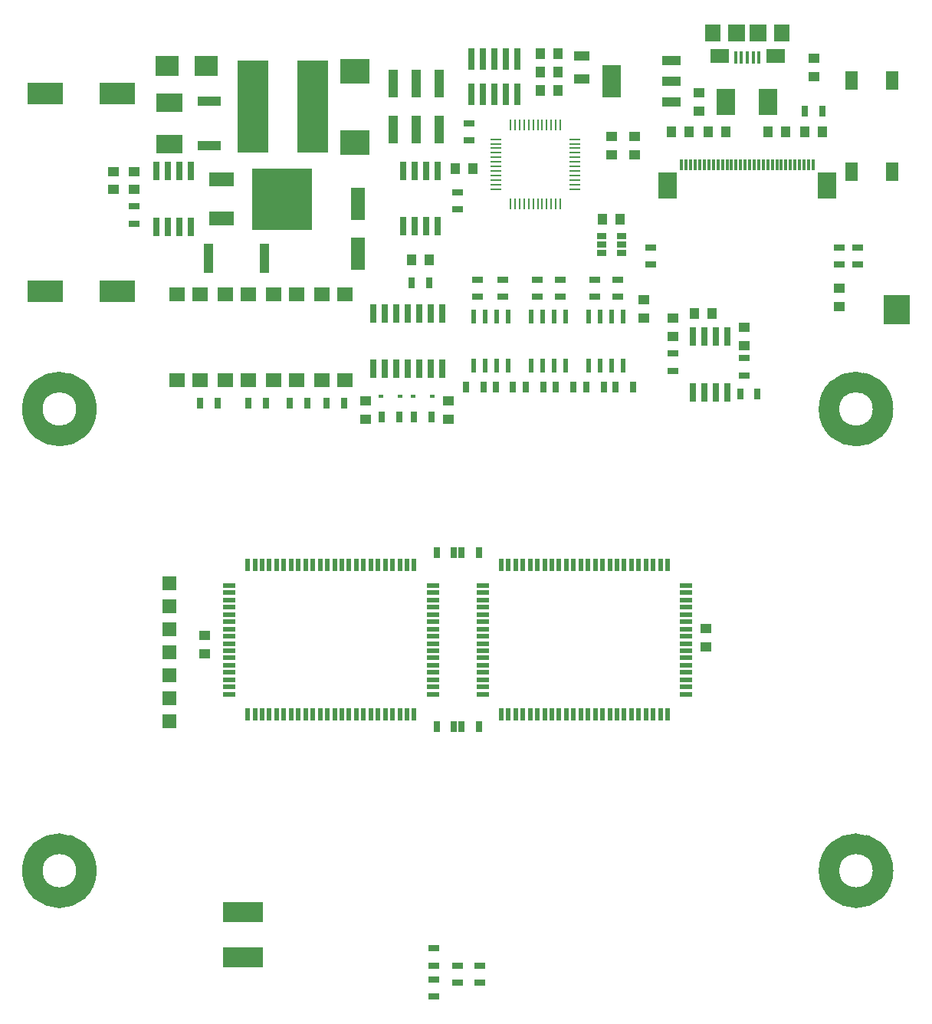
<source format=gbr>
%TF.GenerationSoftware,KiCad,Pcbnew,no-vcs-found-9b4eddb~60~ubuntu16.04.1*%
%TF.CreationDate,2017-11-10T14:06:11+01:00*%
%TF.ProjectId,OpenDropV3,4F70656E44726F7056332E6B69636164,rev?*%
%TF.SameCoordinates,Original*%
%TF.FileFunction,Paste,Bot*%
%TF.FilePolarity,Positive*%
%FSLAX46Y46*%
G04 Gerber Fmt 4.6, Leading zero omitted, Abs format (unit mm)*
G04 Created by KiCad (PCBNEW no-vcs-found-9b4eddb~60~ubuntu16.04.1) date Fri Nov 10 14:06:11 2017*
%MOMM*%
%LPD*%
G01*
G04 APERTURE LIST*
%ADD10C,2.250000*%
%ADD11R,3.000000X3.200000*%
%ADD12R,4.500000X2.200000*%
%ADD13R,0.740000X2.400000*%
%ADD14R,1.300000X0.250000*%
%ADD15R,0.250000X1.300000*%
%ADD16R,0.300000X1.250000*%
%ADD17R,2.000000X3.000000*%
%ADD18R,1.000000X1.250000*%
%ADD19R,1.700000X1.600000*%
%ADD20R,4.000500X2.400300*%
%ADD21R,1.300000X0.700000*%
%ADD22R,0.610000X1.520000*%
%ADD23R,0.700000X1.300000*%
%ADD24R,0.500000X1.480000*%
%ADD25R,1.480000X0.500000*%
%ADD26R,2.780000X1.550000*%
%ADD27R,6.730000X6.740000*%
%ADD28R,1.250000X1.000000*%
%ADD29R,0.660400X2.032000*%
%ADD30R,1.000000X3.200000*%
%ADD31R,2.500000X1.000000*%
%ADD32R,3.200000X2.700000*%
%ADD33R,2.500000X2.300000*%
%ADD34R,1.501140X1.501140*%
%ADD35R,1.400000X2.100000*%
%ADD36R,1.600200X3.599180*%
%ADD37R,3.500000X10.200000*%
%ADD38R,3.000000X2.000000*%
%ADD39R,2.032000X3.657600*%
%ADD40R,2.032000X1.016000*%
%ADD41R,1.060000X0.650000*%
%ADD42R,0.600000X0.450000*%
%ADD43R,1.000000X3.150000*%
%ADD44R,1.800000X1.000000*%
%ADD45R,1.800000X1.900000*%
%ADD46R,1.900000X1.900000*%
%ADD47R,2.100000X1.600000*%
%ADD48R,0.400000X1.350000*%
G04 APERTURE END LIST*
D10*
%TO.C,P14*%
X146982767Y-74000000D02*
G75*
G03X146982767Y-74000000I-2982767J0D01*
G01*
%TO.C,P13*%
X58982767Y-74000000D02*
G75*
G03X58982767Y-74000000I-2982767J0D01*
G01*
%TO.C,P15*%
X58982767Y-125000000D02*
G75*
G03X58982767Y-125000000I-2982767J0D01*
G01*
%TO.C,P16*%
X146982767Y-125000000D02*
G75*
G03X146982767Y-125000000I-2982767J0D01*
G01*
%TD*%
D11*
%TO.C,P2*%
X148463000Y-63000000D03*
%TD*%
D12*
%TO.C,SP1*%
X76265000Y-129539000D03*
X76265000Y-134539000D03*
%TD*%
D13*
%TO.C,J2*%
X106553000Y-39247000D03*
X106553000Y-35347000D03*
X105283000Y-39247000D03*
X105283000Y-35347000D03*
X104013000Y-39247000D03*
X104013000Y-35347000D03*
X102743000Y-39247000D03*
X102743000Y-35347000D03*
X101473000Y-39247000D03*
X101473000Y-35347000D03*
%TD*%
D14*
%TO.C,U5*%
X112935000Y-44199000D03*
X112935000Y-44699000D03*
X112935000Y-45199000D03*
X112935000Y-45699000D03*
X112935000Y-46199000D03*
X112935000Y-46699000D03*
X112935000Y-47199000D03*
X112935000Y-47699000D03*
X112935000Y-48199000D03*
X112935000Y-48699000D03*
X112935000Y-49199000D03*
X112935000Y-49699000D03*
D15*
X111335000Y-51299000D03*
X110835000Y-51299000D03*
X110335000Y-51299000D03*
X109835000Y-51299000D03*
X109335000Y-51299000D03*
X108835000Y-51299000D03*
X108335000Y-51299000D03*
X107835000Y-51299000D03*
X107335000Y-51299000D03*
X106835000Y-51299000D03*
X106335000Y-51299000D03*
X105835000Y-51299000D03*
D14*
X104235000Y-49699000D03*
X104235000Y-49199000D03*
X104235000Y-48699000D03*
X104235000Y-48199000D03*
X104235000Y-47699000D03*
X104235000Y-47199000D03*
X104235000Y-46699000D03*
X104235000Y-46199000D03*
X104235000Y-45699000D03*
X104235000Y-45199000D03*
X104235000Y-44699000D03*
X104235000Y-44199000D03*
D15*
X105835000Y-42599000D03*
X106335000Y-42599000D03*
X106835000Y-42599000D03*
X107335000Y-42599000D03*
X107835000Y-42599000D03*
X108335000Y-42599000D03*
X108835000Y-42599000D03*
X109335000Y-42599000D03*
X109835000Y-42599000D03*
X110335000Y-42599000D03*
X110835000Y-42599000D03*
X111335000Y-42599000D03*
%TD*%
D16*
%TO.C,S1*%
X139250000Y-47025000D03*
X137250000Y-47025000D03*
X137750000Y-47025000D03*
X138750000Y-47025000D03*
X138250000Y-47025000D03*
X136250000Y-47025000D03*
X136750000Y-47025000D03*
X135750000Y-47025000D03*
X135250000Y-47025000D03*
X132250000Y-47025000D03*
X132750000Y-47025000D03*
X133750000Y-47025000D03*
X133250000Y-47025000D03*
X134750000Y-47025000D03*
X134250000Y-47025000D03*
X126750000Y-47025000D03*
X127250000Y-47025000D03*
X125750000Y-47025000D03*
X126250000Y-47025000D03*
X125250000Y-47025000D03*
X124750000Y-47025000D03*
X127750000Y-47025000D03*
X128250000Y-47025000D03*
X129250000Y-47025000D03*
X128750000Y-47025000D03*
X130750000Y-47025000D03*
X131250000Y-47025000D03*
X130250000Y-47025000D03*
X129750000Y-47025000D03*
D17*
X123210000Y-49350000D03*
X140790000Y-49350000D03*
D16*
X131750000Y-47025000D03*
%TD*%
D18*
%TO.C,C14*%
X99711000Y-47457000D03*
X101711000Y-47457000D03*
%TD*%
D19*
%TO.C,U12*%
X79677000Y-70817000D03*
X82217000Y-70817000D03*
X82217000Y-61317000D03*
X79677000Y-61317000D03*
%TD*%
D20*
%TO.C,C18*%
X54419500Y-60960000D03*
X62420500Y-60960000D03*
%TD*%
D21*
%TO.C,R32*%
X102156000Y-61619500D03*
X102156000Y-59719500D03*
%TD*%
D22*
%TO.C,U9*%
X118285000Y-69244000D03*
X117015000Y-69244000D03*
X115745000Y-69244000D03*
X114475000Y-69244000D03*
X114475000Y-63779000D03*
X115745000Y-63779000D03*
X117015000Y-63779000D03*
X118285000Y-63779000D03*
%TD*%
%TO.C,U8*%
X111935000Y-63779000D03*
X110665000Y-63779000D03*
X109395000Y-63779000D03*
X108125000Y-63779000D03*
X108125000Y-69244000D03*
X109395000Y-69244000D03*
X110665000Y-69244000D03*
X111935000Y-69244000D03*
%TD*%
D23*
%TO.C,R33*%
X102852000Y-71591500D03*
X100952000Y-71591500D03*
%TD*%
D21*
%TO.C,R1*%
X64262000Y-53528000D03*
X64262000Y-51628000D03*
%TD*%
%TO.C,R5*%
X101219000Y-42443000D03*
X101219000Y-44343000D03*
%TD*%
%TO.C,R18*%
X102410000Y-137367000D03*
X102410000Y-135467000D03*
%TD*%
%TO.C,R19*%
X99997000Y-135467000D03*
X99997000Y-137367000D03*
%TD*%
%TO.C,R20*%
X97330000Y-136991000D03*
X97330000Y-138891000D03*
%TD*%
%TO.C,R21*%
X97330000Y-133562000D03*
X97330000Y-135462000D03*
%TD*%
D23*
%TO.C,R22*%
X133126000Y-72363040D03*
X131226000Y-72363040D03*
%TD*%
D21*
%TO.C,R30*%
X131668000Y-70265040D03*
X131668000Y-68365040D03*
%TD*%
%TO.C,R31*%
X123794000Y-69757040D03*
X123794000Y-67857040D03*
%TD*%
D23*
%TO.C,R35*%
X116139000Y-71587000D03*
X114239000Y-71587000D03*
%TD*%
%TO.C,R38*%
X109456000Y-71591500D03*
X107556000Y-71591500D03*
%TD*%
%TO.C,R39*%
X104206000Y-71587000D03*
X106106000Y-71587000D03*
%TD*%
%TO.C,R42*%
X110858000Y-71591500D03*
X112758000Y-71591500D03*
%TD*%
%TO.C,R44*%
X95189000Y-74889000D03*
X97089000Y-74889000D03*
%TD*%
%TO.C,R45*%
X87437000Y-73365000D03*
X85537000Y-73365000D03*
%TD*%
%TO.C,R48*%
X71567000Y-73365000D03*
X73467000Y-73365000D03*
%TD*%
%TO.C,R49*%
X81473000Y-73365000D03*
X83373000Y-73365000D03*
%TD*%
%TO.C,R51*%
X76901000Y-73365000D03*
X78801000Y-73365000D03*
%TD*%
D21*
%TO.C,R41*%
X117650000Y-61619500D03*
X117650000Y-59719500D03*
%TD*%
D23*
%TO.C,R43*%
X117462000Y-71591500D03*
X119362000Y-71591500D03*
%TD*%
%TO.C,R3*%
X138369000Y-41107000D03*
X140269000Y-41107000D03*
%TD*%
D21*
%TO.C,R4*%
X144145000Y-56159000D03*
X144145000Y-58059000D03*
%TD*%
%TO.C,R6*%
X121285000Y-56159000D03*
X121285000Y-58059000D03*
%TD*%
%TO.C,R8*%
X142113000Y-56159000D03*
X142113000Y-58059000D03*
%TD*%
%TO.C,R34*%
X115175000Y-61625000D03*
X115175000Y-59725000D03*
%TD*%
%TO.C,R36*%
X108760000Y-61619500D03*
X108760000Y-59719500D03*
%TD*%
%TO.C,R37*%
X104975000Y-61625000D03*
X104975000Y-59725000D03*
%TD*%
%TO.C,R40*%
X111300000Y-61619500D03*
X111300000Y-59719500D03*
%TD*%
%TO.C,R9*%
X99949000Y-51963000D03*
X99949000Y-50063000D03*
%TD*%
D23*
%TO.C,R10*%
X93533000Y-74889000D03*
X91633000Y-74889000D03*
%TD*%
%TO.C,R11*%
X94935000Y-60030000D03*
X96835000Y-60030000D03*
%TD*%
D24*
%TO.C,U2*%
X95200000Y-107740000D03*
X94400000Y-107740000D03*
X93600000Y-107740000D03*
X92800000Y-107740000D03*
X92000000Y-107740000D03*
X91200000Y-107740000D03*
X90400000Y-107740000D03*
X89600000Y-107740000D03*
X88800000Y-107740000D03*
X88000000Y-107740000D03*
X87200000Y-107740000D03*
X86400000Y-107740000D03*
X85600000Y-107740000D03*
X84800000Y-107740000D03*
X84000000Y-107740000D03*
X83200000Y-107740000D03*
X82400000Y-107740000D03*
X81600000Y-107740000D03*
X80800000Y-107740000D03*
X80000000Y-107740000D03*
X79200000Y-107740000D03*
X78400000Y-107740000D03*
X77600000Y-107740000D03*
X76800000Y-107740000D03*
D25*
X74760000Y-105500000D03*
X74760000Y-104700000D03*
X74760000Y-103900000D03*
X74760000Y-103100000D03*
X74760000Y-102300000D03*
X74760000Y-101500000D03*
X74760000Y-100700000D03*
X74760000Y-99900000D03*
X74760000Y-99100000D03*
X74760000Y-98300000D03*
X74760000Y-97500000D03*
X74760000Y-96700000D03*
X74760000Y-95900000D03*
X74760000Y-95100000D03*
X74760000Y-94300000D03*
X74760000Y-93500000D03*
D24*
X76800000Y-91260000D03*
X77600000Y-91260000D03*
X78400000Y-91260000D03*
X79200000Y-91260000D03*
X80000000Y-91260000D03*
X80800000Y-91260000D03*
X81600000Y-91260000D03*
X82400000Y-91260000D03*
X83200000Y-91260000D03*
X84000000Y-91260000D03*
X84800000Y-91260000D03*
X85600000Y-91260000D03*
X86400000Y-91260000D03*
X87200000Y-91260000D03*
X88000000Y-91260000D03*
X88800000Y-91260000D03*
X89600000Y-91260000D03*
X90400000Y-91260000D03*
X91200000Y-91260000D03*
X92000000Y-91260000D03*
X92800000Y-91260000D03*
X93600000Y-91260000D03*
X94400000Y-91260000D03*
X95200000Y-91260000D03*
D25*
X97240000Y-93500000D03*
X97240000Y-94300000D03*
X97240000Y-95100000D03*
X97240000Y-95900000D03*
X97240000Y-96700000D03*
X97240000Y-97500000D03*
X97240000Y-98300000D03*
X97240000Y-99100000D03*
X97240000Y-99900000D03*
X97240000Y-100700000D03*
X97240000Y-101500000D03*
X97240000Y-102300000D03*
X97240000Y-103100000D03*
X97240000Y-103900000D03*
X97240000Y-104700000D03*
X97240000Y-105500000D03*
%TD*%
D23*
%TO.C,R16*%
X97675000Y-89875000D03*
X99575000Y-89875000D03*
%TD*%
D24*
%TO.C,U4*%
X104800000Y-91260000D03*
X105600000Y-91260000D03*
X106400000Y-91260000D03*
X107200000Y-91260000D03*
X108000000Y-91260000D03*
X108800000Y-91260000D03*
X109600000Y-91260000D03*
X110400000Y-91260000D03*
X111200000Y-91260000D03*
X112000000Y-91260000D03*
X112800000Y-91260000D03*
X113600000Y-91260000D03*
X114400000Y-91260000D03*
X115200000Y-91260000D03*
X116000000Y-91260000D03*
X116800000Y-91260000D03*
X117600000Y-91260000D03*
X118400000Y-91260000D03*
X119200000Y-91260000D03*
X120000000Y-91260000D03*
X120800000Y-91260000D03*
X121600000Y-91260000D03*
X122400000Y-91260000D03*
X123200000Y-91260000D03*
D25*
X125240000Y-93500000D03*
X125240000Y-94300000D03*
X125240000Y-95100000D03*
X125240000Y-95900000D03*
X125240000Y-96700000D03*
X125240000Y-97500000D03*
X125240000Y-98300000D03*
X125240000Y-99100000D03*
X125240000Y-99900000D03*
X125240000Y-100700000D03*
X125240000Y-101500000D03*
X125240000Y-102300000D03*
X125240000Y-103100000D03*
X125240000Y-103900000D03*
X125240000Y-104700000D03*
X125240000Y-105500000D03*
D24*
X123200000Y-107740000D03*
X122400000Y-107740000D03*
X121600000Y-107740000D03*
X120800000Y-107740000D03*
X120000000Y-107740000D03*
X119200000Y-107740000D03*
X118400000Y-107740000D03*
X117600000Y-107740000D03*
X116800000Y-107740000D03*
X116000000Y-107740000D03*
X115200000Y-107740000D03*
X114400000Y-107740000D03*
X113600000Y-107740000D03*
X112800000Y-107740000D03*
X112000000Y-107740000D03*
X111200000Y-107740000D03*
X110400000Y-107740000D03*
X109600000Y-107740000D03*
X108800000Y-107740000D03*
X108000000Y-107740000D03*
X107200000Y-107740000D03*
X106400000Y-107740000D03*
X105600000Y-107740000D03*
X104800000Y-107740000D03*
D25*
X102760000Y-105500000D03*
X102760000Y-104700000D03*
X102760000Y-103900000D03*
X102760000Y-103100000D03*
X102760000Y-102300000D03*
X102760000Y-101500000D03*
X102760000Y-100700000D03*
X102760000Y-99900000D03*
X102760000Y-99100000D03*
X102760000Y-98300000D03*
X102760000Y-97500000D03*
X102760000Y-96700000D03*
X102760000Y-95900000D03*
X102760000Y-95100000D03*
X102760000Y-94300000D03*
X102760000Y-93500000D03*
%TD*%
D26*
%TO.C,T1*%
X73932000Y-48620000D03*
D27*
X80567000Y-50800000D03*
D26*
X73932000Y-52980000D03*
%TD*%
D19*
%TO.C,U11*%
X69009000Y-70817000D03*
X71549000Y-70817000D03*
X71549000Y-61317000D03*
X69009000Y-61317000D03*
%TD*%
%TO.C,U10*%
X85011000Y-70817000D03*
X87551000Y-70817000D03*
X87551000Y-61317000D03*
X85011000Y-61317000D03*
%TD*%
%TO.C,U13*%
X74343000Y-70817000D03*
X76883000Y-70817000D03*
X76883000Y-61317000D03*
X74343000Y-61317000D03*
%TD*%
D22*
%TO.C,U7*%
X105585000Y-69244000D03*
X104315000Y-69244000D03*
X103045000Y-69244000D03*
X101775000Y-69244000D03*
X101775000Y-63779000D03*
X103045000Y-63779000D03*
X104315000Y-63779000D03*
X105585000Y-63779000D03*
%TD*%
D28*
%TO.C,C17*%
X123794000Y-65997040D03*
X123794000Y-63997040D03*
%TD*%
D29*
%TO.C,U6*%
X129763000Y-72134440D03*
X128493000Y-72134440D03*
X127223000Y-72134440D03*
X125953000Y-72134440D03*
X125953000Y-65987640D03*
X127223000Y-65987640D03*
X128493000Y-65987640D03*
X129763000Y-65987640D03*
%TD*%
D30*
%TO.C,R2*%
X72465000Y-57363000D03*
X78665000Y-57363000D03*
%TD*%
D31*
%TO.C,RSENSE1*%
X72565000Y-44895000D03*
X72565000Y-39995000D03*
%TD*%
D28*
%TO.C,C2*%
X61976000Y-49768000D03*
X61976000Y-47768000D03*
%TD*%
%TO.C,C3*%
X64262000Y-47768000D03*
X64262000Y-49768000D03*
%TD*%
D32*
%TO.C,C1*%
X88646000Y-36690000D03*
X88646000Y-44590000D03*
%TD*%
D28*
%TO.C,C12*%
X127432000Y-98246000D03*
X127432000Y-100246000D03*
%TD*%
%TO.C,C13*%
X72060000Y-101008000D03*
X72060000Y-99008000D03*
%TD*%
D33*
%TO.C,D1*%
X67875000Y-36095000D03*
X72175000Y-36095000D03*
%TD*%
D28*
%TO.C,C15*%
X131668000Y-65013040D03*
X131668000Y-67013040D03*
%TD*%
D18*
%TO.C,C16*%
X126127000Y-63459000D03*
X128127000Y-63459000D03*
%TD*%
D23*
%TO.C,R17*%
X100425000Y-109125000D03*
X102325000Y-109125000D03*
%TD*%
%TO.C,R15*%
X100425000Y-89875000D03*
X102325000Y-89875000D03*
%TD*%
%TO.C,R7*%
X99575000Y-109125000D03*
X97675000Y-109125000D03*
%TD*%
D20*
%TO.C,C4*%
X62420500Y-39116000D03*
X54419500Y-39116000D03*
%TD*%
D18*
%TO.C,C20*%
X111109000Y-38821000D03*
X109109000Y-38821000D03*
%TD*%
D28*
%TO.C,C21*%
X126619000Y-41091000D03*
X126619000Y-39091000D03*
%TD*%
%TO.C,C22*%
X142113000Y-62681000D03*
X142113000Y-60681000D03*
%TD*%
D18*
%TO.C,C23*%
X111109000Y-34757000D03*
X109109000Y-34757000D03*
%TD*%
D28*
%TO.C,C24*%
X116967000Y-45917000D03*
X116967000Y-43917000D03*
%TD*%
D18*
%TO.C,C25*%
X111109000Y-36789000D03*
X109109000Y-36789000D03*
%TD*%
D34*
%TO.C,P3*%
X68120000Y-103405000D03*
%TD*%
%TO.C,P7*%
X68120000Y-108485000D03*
%TD*%
%TO.C,P8*%
X68120000Y-95785000D03*
%TD*%
%TO.C,P9*%
X68120000Y-93245000D03*
%TD*%
%TO.C,P10*%
X68120000Y-105945000D03*
%TD*%
%TO.C,P11*%
X68120000Y-98325000D03*
%TD*%
%TO.C,P12*%
X68120000Y-100865000D03*
%TD*%
D35*
%TO.C,SW3*%
X148000000Y-37750000D03*
X143500000Y-37750000D03*
X148000000Y-47750000D03*
X143500000Y-47750000D03*
%TD*%
D36*
%TO.C,C19*%
X89000000Y-51374180D03*
X89000000Y-56875820D03*
%TD*%
D37*
%TO.C,L1*%
X83945000Y-40599000D03*
X77345000Y-40599000D03*
%TD*%
D18*
%TO.C,C7*%
X125587000Y-43393000D03*
X123587000Y-43393000D03*
%TD*%
%TO.C,C8*%
X138319000Y-43393000D03*
X140319000Y-43393000D03*
%TD*%
%TO.C,C9*%
X127651000Y-43393000D03*
X129651000Y-43393000D03*
%TD*%
%TO.C,C10*%
X136255000Y-43393000D03*
X134255000Y-43393000D03*
%TD*%
%TO.C,C11*%
X115967000Y-53045000D03*
X117967000Y-53045000D03*
%TD*%
D38*
%TO.C,C6*%
X68120000Y-40145000D03*
X68120000Y-44745000D03*
%TD*%
D28*
%TO.C,C27*%
X120523000Y-63951000D03*
X120523000Y-61951000D03*
%TD*%
D39*
%TO.C,U14*%
X116967000Y-37805000D03*
D40*
X123571000Y-37805000D03*
X123571000Y-40091000D03*
X123571000Y-35519000D03*
%TD*%
D29*
%TO.C,U1*%
X66675000Y-47726600D03*
X67945000Y-47726600D03*
X69215000Y-47726600D03*
X70485000Y-47726600D03*
X70485000Y-53873400D03*
X69215000Y-53873400D03*
X67945000Y-53873400D03*
X66675000Y-53873400D03*
%TD*%
%TO.C,U15*%
X93980000Y-47685600D03*
X95250000Y-47685600D03*
X96520000Y-47685600D03*
X97790000Y-47685600D03*
X97790000Y-53832400D03*
X96520000Y-53832400D03*
X95250000Y-53832400D03*
X93980000Y-53832400D03*
%TD*%
D28*
%TO.C,C5*%
X139319000Y-35281000D03*
X139319000Y-37281000D03*
%TD*%
D41*
%TO.C,U3*%
X115867000Y-56789000D03*
X115867000Y-55839000D03*
X115867000Y-54889000D03*
X118067000Y-54889000D03*
X118067000Y-56789000D03*
X118067000Y-55839000D03*
%TD*%
D28*
%TO.C,C28*%
X89789000Y-73127000D03*
X89789000Y-75127000D03*
%TD*%
%TO.C,C29*%
X98933000Y-75127000D03*
X98933000Y-73127000D03*
%TD*%
D18*
%TO.C,C31*%
X94885000Y-57490000D03*
X96885000Y-57490000D03*
%TD*%
D42*
%TO.C,D2*%
X91533000Y-72603000D03*
X93633000Y-72603000D03*
%TD*%
%TO.C,D3*%
X97189000Y-72603000D03*
X95089000Y-72603000D03*
%TD*%
D43*
%TO.C,J1*%
X97917000Y-43124000D03*
X97917000Y-38074000D03*
X95377000Y-43124000D03*
X95377000Y-38074000D03*
X92837000Y-43124000D03*
X92837000Y-38074000D03*
%TD*%
D29*
%TO.C,U16*%
X90690000Y-63426600D03*
X91960000Y-63426600D03*
X93230000Y-63426600D03*
X94500000Y-63426600D03*
X95770000Y-63426600D03*
X97040000Y-63426600D03*
X98310000Y-63426600D03*
X98310000Y-69573400D03*
X97040000Y-69573400D03*
X94500000Y-69573400D03*
X93230000Y-69573400D03*
X91960000Y-69573400D03*
X90690000Y-69573400D03*
X95770000Y-69573400D03*
%TD*%
D44*
%TO.C,Y1*%
X113665000Y-37531000D03*
X113665000Y-35031000D03*
%TD*%
D17*
%TO.C,C32*%
X129653000Y-40091000D03*
X134253000Y-40091000D03*
%TD*%
D28*
%TO.C,C26*%
X119507000Y-45917000D03*
X119507000Y-43917000D03*
%TD*%
D45*
%TO.C,J3*%
X135800000Y-32471000D03*
X128200000Y-32471000D03*
D46*
X130800000Y-32471000D03*
X133200000Y-32471000D03*
D47*
X135100000Y-35021000D03*
X128900000Y-35021000D03*
D48*
X130700000Y-35146000D03*
X131350000Y-35146000D03*
X131999100Y-35146000D03*
X132650000Y-35146000D03*
X133300000Y-35146000D03*
%TD*%
M02*

</source>
